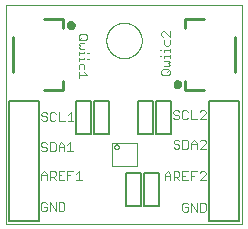
<source format=gto>
G75*
%MOIN*%
%OFA0B0*%
%FSLAX25Y25*%
%IPPOS*%
%LPD*%
%AMOC8*
5,1,8,0,0,1.08239X$1,22.5*
%
%ADD10C,0.00000*%
%ADD11C,0.00300*%
%ADD12C,0.00500*%
%ADD13C,0.01575*%
%ADD14C,0.01000*%
%ADD15C,0.00315*%
D10*
X0001750Y0001350D02*
X0001750Y0074185D01*
X0080490Y0074185D01*
X0080490Y0001350D01*
X0001750Y0001350D01*
X0035214Y0062374D02*
X0035216Y0062527D01*
X0035222Y0062681D01*
X0035232Y0062834D01*
X0035246Y0062986D01*
X0035264Y0063139D01*
X0035286Y0063290D01*
X0035311Y0063441D01*
X0035341Y0063592D01*
X0035375Y0063742D01*
X0035412Y0063890D01*
X0035453Y0064038D01*
X0035498Y0064184D01*
X0035547Y0064330D01*
X0035600Y0064474D01*
X0035656Y0064616D01*
X0035716Y0064757D01*
X0035780Y0064897D01*
X0035847Y0065035D01*
X0035918Y0065171D01*
X0035993Y0065305D01*
X0036070Y0065437D01*
X0036152Y0065567D01*
X0036236Y0065695D01*
X0036324Y0065821D01*
X0036415Y0065944D01*
X0036509Y0066065D01*
X0036607Y0066183D01*
X0036707Y0066299D01*
X0036811Y0066412D01*
X0036917Y0066523D01*
X0037026Y0066631D01*
X0037138Y0066736D01*
X0037252Y0066837D01*
X0037370Y0066936D01*
X0037489Y0067032D01*
X0037611Y0067125D01*
X0037736Y0067214D01*
X0037863Y0067301D01*
X0037992Y0067383D01*
X0038123Y0067463D01*
X0038256Y0067539D01*
X0038391Y0067612D01*
X0038528Y0067681D01*
X0038667Y0067746D01*
X0038807Y0067808D01*
X0038949Y0067866D01*
X0039092Y0067921D01*
X0039237Y0067972D01*
X0039383Y0068019D01*
X0039530Y0068062D01*
X0039678Y0068101D01*
X0039827Y0068137D01*
X0039977Y0068168D01*
X0040128Y0068196D01*
X0040279Y0068220D01*
X0040432Y0068240D01*
X0040584Y0068256D01*
X0040737Y0068268D01*
X0040890Y0068276D01*
X0041043Y0068280D01*
X0041197Y0068280D01*
X0041350Y0068276D01*
X0041503Y0068268D01*
X0041656Y0068256D01*
X0041808Y0068240D01*
X0041961Y0068220D01*
X0042112Y0068196D01*
X0042263Y0068168D01*
X0042413Y0068137D01*
X0042562Y0068101D01*
X0042710Y0068062D01*
X0042857Y0068019D01*
X0043003Y0067972D01*
X0043148Y0067921D01*
X0043291Y0067866D01*
X0043433Y0067808D01*
X0043573Y0067746D01*
X0043712Y0067681D01*
X0043849Y0067612D01*
X0043984Y0067539D01*
X0044117Y0067463D01*
X0044248Y0067383D01*
X0044377Y0067301D01*
X0044504Y0067214D01*
X0044629Y0067125D01*
X0044751Y0067032D01*
X0044870Y0066936D01*
X0044988Y0066837D01*
X0045102Y0066736D01*
X0045214Y0066631D01*
X0045323Y0066523D01*
X0045429Y0066412D01*
X0045533Y0066299D01*
X0045633Y0066183D01*
X0045731Y0066065D01*
X0045825Y0065944D01*
X0045916Y0065821D01*
X0046004Y0065695D01*
X0046088Y0065567D01*
X0046170Y0065437D01*
X0046247Y0065305D01*
X0046322Y0065171D01*
X0046393Y0065035D01*
X0046460Y0064897D01*
X0046524Y0064757D01*
X0046584Y0064616D01*
X0046640Y0064474D01*
X0046693Y0064330D01*
X0046742Y0064184D01*
X0046787Y0064038D01*
X0046828Y0063890D01*
X0046865Y0063742D01*
X0046899Y0063592D01*
X0046929Y0063441D01*
X0046954Y0063290D01*
X0046976Y0063139D01*
X0046994Y0062986D01*
X0047008Y0062834D01*
X0047018Y0062681D01*
X0047024Y0062527D01*
X0047026Y0062374D01*
X0047024Y0062221D01*
X0047018Y0062067D01*
X0047008Y0061914D01*
X0046994Y0061762D01*
X0046976Y0061609D01*
X0046954Y0061458D01*
X0046929Y0061307D01*
X0046899Y0061156D01*
X0046865Y0061006D01*
X0046828Y0060858D01*
X0046787Y0060710D01*
X0046742Y0060564D01*
X0046693Y0060418D01*
X0046640Y0060274D01*
X0046584Y0060132D01*
X0046524Y0059991D01*
X0046460Y0059851D01*
X0046393Y0059713D01*
X0046322Y0059577D01*
X0046247Y0059443D01*
X0046170Y0059311D01*
X0046088Y0059181D01*
X0046004Y0059053D01*
X0045916Y0058927D01*
X0045825Y0058804D01*
X0045731Y0058683D01*
X0045633Y0058565D01*
X0045533Y0058449D01*
X0045429Y0058336D01*
X0045323Y0058225D01*
X0045214Y0058117D01*
X0045102Y0058012D01*
X0044988Y0057911D01*
X0044870Y0057812D01*
X0044751Y0057716D01*
X0044629Y0057623D01*
X0044504Y0057534D01*
X0044377Y0057447D01*
X0044248Y0057365D01*
X0044117Y0057285D01*
X0043984Y0057209D01*
X0043849Y0057136D01*
X0043712Y0057067D01*
X0043573Y0057002D01*
X0043433Y0056940D01*
X0043291Y0056882D01*
X0043148Y0056827D01*
X0043003Y0056776D01*
X0042857Y0056729D01*
X0042710Y0056686D01*
X0042562Y0056647D01*
X0042413Y0056611D01*
X0042263Y0056580D01*
X0042112Y0056552D01*
X0041961Y0056528D01*
X0041808Y0056508D01*
X0041656Y0056492D01*
X0041503Y0056480D01*
X0041350Y0056472D01*
X0041197Y0056468D01*
X0041043Y0056468D01*
X0040890Y0056472D01*
X0040737Y0056480D01*
X0040584Y0056492D01*
X0040432Y0056508D01*
X0040279Y0056528D01*
X0040128Y0056552D01*
X0039977Y0056580D01*
X0039827Y0056611D01*
X0039678Y0056647D01*
X0039530Y0056686D01*
X0039383Y0056729D01*
X0039237Y0056776D01*
X0039092Y0056827D01*
X0038949Y0056882D01*
X0038807Y0056940D01*
X0038667Y0057002D01*
X0038528Y0057067D01*
X0038391Y0057136D01*
X0038256Y0057209D01*
X0038123Y0057285D01*
X0037992Y0057365D01*
X0037863Y0057447D01*
X0037736Y0057534D01*
X0037611Y0057623D01*
X0037489Y0057716D01*
X0037370Y0057812D01*
X0037252Y0057911D01*
X0037138Y0058012D01*
X0037026Y0058117D01*
X0036917Y0058225D01*
X0036811Y0058336D01*
X0036707Y0058449D01*
X0036607Y0058565D01*
X0036509Y0058683D01*
X0036415Y0058804D01*
X0036324Y0058927D01*
X0036236Y0059053D01*
X0036152Y0059181D01*
X0036070Y0059311D01*
X0035993Y0059443D01*
X0035918Y0059577D01*
X0035847Y0059713D01*
X0035780Y0059851D01*
X0035716Y0059991D01*
X0035656Y0060132D01*
X0035600Y0060274D01*
X0035547Y0060418D01*
X0035498Y0060564D01*
X0035453Y0060710D01*
X0035412Y0060858D01*
X0035375Y0061006D01*
X0035341Y0061156D01*
X0035311Y0061307D01*
X0035286Y0061458D01*
X0035264Y0061609D01*
X0035246Y0061762D01*
X0035232Y0061914D01*
X0035222Y0062067D01*
X0035216Y0062221D01*
X0035214Y0062374D01*
D11*
X0029386Y0058123D02*
X0028902Y0058123D01*
X0027935Y0058123D02*
X0026000Y0058123D01*
X0026000Y0058607D02*
X0026000Y0057639D01*
X0026000Y0056643D02*
X0026000Y0055675D01*
X0026000Y0056159D02*
X0027935Y0056159D01*
X0027935Y0056643D01*
X0028902Y0056159D02*
X0029386Y0056159D01*
X0027451Y0054678D02*
X0026484Y0054678D01*
X0026000Y0054195D01*
X0026000Y0052743D01*
X0026000Y0051732D02*
X0026000Y0049797D01*
X0026000Y0050764D02*
X0028902Y0050764D01*
X0027935Y0051732D01*
X0027935Y0052743D02*
X0027935Y0054195D01*
X0027451Y0054678D01*
X0027935Y0058123D02*
X0027935Y0058607D01*
X0027935Y0059619D02*
X0026484Y0059619D01*
X0026000Y0060102D01*
X0026484Y0060586D01*
X0026000Y0061070D01*
X0026484Y0061553D01*
X0027935Y0061553D01*
X0028419Y0062565D02*
X0026484Y0062565D01*
X0026000Y0063049D01*
X0026000Y0064016D01*
X0026484Y0064500D01*
X0028419Y0064500D01*
X0028902Y0064016D01*
X0028902Y0063049D01*
X0028419Y0062565D01*
X0026967Y0063533D02*
X0026000Y0062565D01*
X0023307Y0038502D02*
X0023307Y0035600D01*
X0022340Y0035600D02*
X0024275Y0035600D01*
X0022340Y0037535D02*
X0023307Y0038502D01*
X0021328Y0035600D02*
X0019393Y0035600D01*
X0019393Y0038502D01*
X0018381Y0038019D02*
X0017898Y0038502D01*
X0016930Y0038502D01*
X0016447Y0038019D01*
X0016447Y0036084D01*
X0016930Y0035600D01*
X0017898Y0035600D01*
X0018381Y0036084D01*
X0015435Y0036084D02*
X0014951Y0035600D01*
X0013984Y0035600D01*
X0013500Y0036084D01*
X0013984Y0037051D02*
X0014951Y0037051D01*
X0015435Y0036567D01*
X0015435Y0036084D01*
X0013984Y0037051D02*
X0013500Y0037535D01*
X0013500Y0038019D01*
X0013984Y0038502D01*
X0014951Y0038502D01*
X0015435Y0038019D01*
X0014851Y0028402D02*
X0013884Y0028402D01*
X0013400Y0027919D01*
X0013400Y0027435D01*
X0013884Y0026951D01*
X0014851Y0026951D01*
X0015335Y0026467D01*
X0015335Y0025984D01*
X0014851Y0025500D01*
X0013884Y0025500D01*
X0013400Y0025984D01*
X0015335Y0027919D02*
X0014851Y0028402D01*
X0016347Y0028402D02*
X0017798Y0028402D01*
X0018281Y0027919D01*
X0018281Y0025984D01*
X0017798Y0025500D01*
X0016347Y0025500D01*
X0016347Y0028402D01*
X0019293Y0027435D02*
X0019293Y0025500D01*
X0019293Y0026951D02*
X0021228Y0026951D01*
X0021228Y0027435D02*
X0021228Y0025500D01*
X0022240Y0025500D02*
X0024175Y0025500D01*
X0023207Y0025500D02*
X0023207Y0028402D01*
X0022240Y0027435D01*
X0021228Y0027435D02*
X0020261Y0028402D01*
X0019293Y0027435D01*
X0019293Y0018902D02*
X0019293Y0016000D01*
X0021228Y0016000D01*
X0022240Y0016000D02*
X0022240Y0018902D01*
X0024175Y0018902D01*
X0025186Y0017935D02*
X0026154Y0018902D01*
X0026154Y0016000D01*
X0027121Y0016000D02*
X0025186Y0016000D01*
X0023207Y0017451D02*
X0022240Y0017451D01*
X0021228Y0018902D02*
X0019293Y0018902D01*
X0018281Y0018419D02*
X0018281Y0017451D01*
X0017798Y0016967D01*
X0016347Y0016967D01*
X0016347Y0016000D02*
X0016347Y0018902D01*
X0017798Y0018902D01*
X0018281Y0018419D01*
X0019293Y0017451D02*
X0020261Y0017451D01*
X0018281Y0016000D02*
X0017314Y0016967D01*
X0015335Y0017451D02*
X0013400Y0017451D01*
X0013400Y0017935D02*
X0013400Y0016000D01*
X0013400Y0017935D02*
X0014367Y0018902D01*
X0015335Y0017935D01*
X0015335Y0016000D01*
X0014851Y0008402D02*
X0013884Y0008402D01*
X0013400Y0007919D01*
X0013400Y0005984D01*
X0013884Y0005500D01*
X0014851Y0005500D01*
X0015335Y0005984D01*
X0015335Y0006951D01*
X0014367Y0006951D01*
X0015335Y0007919D02*
X0014851Y0008402D01*
X0016347Y0008402D02*
X0018281Y0005500D01*
X0018281Y0008402D01*
X0019293Y0008402D02*
X0020744Y0008402D01*
X0021228Y0007919D01*
X0021228Y0005984D01*
X0020744Y0005500D01*
X0019293Y0005500D01*
X0019293Y0008402D01*
X0016347Y0008402D02*
X0016347Y0005500D01*
X0054667Y0015800D02*
X0054667Y0017735D01*
X0055635Y0018702D01*
X0056602Y0017735D01*
X0056602Y0015800D01*
X0057614Y0015800D02*
X0057614Y0018702D01*
X0059065Y0018702D01*
X0059549Y0018219D01*
X0059549Y0017251D01*
X0059065Y0016767D01*
X0057614Y0016767D01*
X0058581Y0016767D02*
X0059549Y0015800D01*
X0060560Y0015800D02*
X0062495Y0015800D01*
X0063507Y0015800D02*
X0063507Y0018702D01*
X0065442Y0018702D01*
X0066453Y0018219D02*
X0066937Y0018702D01*
X0067905Y0018702D01*
X0068388Y0018219D01*
X0068388Y0017735D01*
X0066453Y0015800D01*
X0068388Y0015800D01*
X0064474Y0017251D02*
X0063507Y0017251D01*
X0062495Y0018702D02*
X0060560Y0018702D01*
X0060560Y0015800D01*
X0060560Y0017251D02*
X0061528Y0017251D01*
X0056602Y0017251D02*
X0054667Y0017251D01*
X0058098Y0026300D02*
X0057614Y0026784D01*
X0058098Y0026300D02*
X0059065Y0026300D01*
X0059549Y0026784D01*
X0059549Y0027267D01*
X0059065Y0027751D01*
X0058098Y0027751D01*
X0057614Y0028235D01*
X0057614Y0028719D01*
X0058098Y0029202D01*
X0059065Y0029202D01*
X0059549Y0028719D01*
X0060560Y0029202D02*
X0062012Y0029202D01*
X0062495Y0028719D01*
X0062495Y0026784D01*
X0062012Y0026300D01*
X0060560Y0026300D01*
X0060560Y0029202D01*
X0063507Y0028235D02*
X0063507Y0026300D01*
X0063507Y0027751D02*
X0065442Y0027751D01*
X0065442Y0028235D02*
X0065442Y0026300D01*
X0066453Y0026300D02*
X0068388Y0028235D01*
X0068388Y0028719D01*
X0067905Y0029202D01*
X0066937Y0029202D01*
X0066453Y0028719D01*
X0065442Y0028235D02*
X0064474Y0029202D01*
X0063507Y0028235D01*
X0066453Y0026300D02*
X0068388Y0026300D01*
X0068288Y0036200D02*
X0066353Y0036200D01*
X0068288Y0038135D01*
X0068288Y0038619D01*
X0067805Y0039102D01*
X0066837Y0039102D01*
X0066353Y0038619D01*
X0065342Y0036200D02*
X0063407Y0036200D01*
X0063407Y0039102D01*
X0062395Y0038619D02*
X0061912Y0039102D01*
X0060944Y0039102D01*
X0060460Y0038619D01*
X0060460Y0036684D01*
X0060944Y0036200D01*
X0061912Y0036200D01*
X0062395Y0036684D01*
X0059449Y0036684D02*
X0058965Y0036200D01*
X0057998Y0036200D01*
X0057514Y0036684D01*
X0057998Y0037651D02*
X0058965Y0037651D01*
X0059449Y0037167D01*
X0059449Y0036684D01*
X0057998Y0037651D02*
X0057514Y0038135D01*
X0057514Y0038619D01*
X0057998Y0039102D01*
X0058965Y0039102D01*
X0059449Y0038619D01*
X0055916Y0050800D02*
X0053981Y0050800D01*
X0053498Y0051284D01*
X0053498Y0052251D01*
X0053981Y0052735D01*
X0055916Y0052735D01*
X0056400Y0052251D01*
X0056400Y0051284D01*
X0055916Y0050800D01*
X0055433Y0051767D02*
X0056400Y0052735D01*
X0055916Y0053747D02*
X0056400Y0054230D01*
X0055916Y0054714D01*
X0056400Y0055198D01*
X0055916Y0055681D01*
X0054465Y0055681D01*
X0054465Y0056693D02*
X0054465Y0057177D01*
X0056400Y0057177D01*
X0056400Y0056693D02*
X0056400Y0057661D01*
X0056400Y0058657D02*
X0056400Y0059625D01*
X0056400Y0059141D02*
X0054465Y0059141D01*
X0054465Y0058657D01*
X0053498Y0059141D02*
X0053014Y0059141D01*
X0054949Y0060622D02*
X0054465Y0061105D01*
X0054465Y0062557D01*
X0053981Y0063568D02*
X0053498Y0064052D01*
X0053498Y0065019D01*
X0053981Y0065503D01*
X0054465Y0065503D01*
X0056400Y0063568D01*
X0056400Y0065503D01*
X0056400Y0062557D02*
X0056400Y0061105D01*
X0055916Y0060622D01*
X0054949Y0060622D01*
X0053498Y0057177D02*
X0053014Y0057177D01*
X0054465Y0053747D02*
X0055916Y0053747D01*
X0061044Y0008202D02*
X0060560Y0007719D01*
X0060560Y0005784D01*
X0061044Y0005300D01*
X0062012Y0005300D01*
X0062495Y0005784D01*
X0062495Y0006751D01*
X0061528Y0006751D01*
X0062495Y0007719D02*
X0062012Y0008202D01*
X0061044Y0008202D01*
X0063507Y0008202D02*
X0063507Y0005300D01*
X0065442Y0005300D02*
X0065442Y0008202D01*
X0066453Y0008202D02*
X0067905Y0008202D01*
X0068388Y0007719D01*
X0068388Y0005784D01*
X0067905Y0005300D01*
X0066453Y0005300D01*
X0066453Y0008202D01*
X0063507Y0008202D02*
X0065442Y0005300D01*
D12*
X0069585Y0002216D02*
X0069585Y0042216D01*
X0079585Y0042216D01*
X0079585Y0002216D01*
X0069585Y0002216D01*
X0052750Y0007350D02*
X0052750Y0018350D01*
X0047750Y0018350D01*
X0047750Y0007350D01*
X0052750Y0007350D01*
X0046750Y0007350D02*
X0041750Y0007350D01*
X0041750Y0018350D01*
X0046750Y0018350D01*
X0046750Y0007350D01*
X0045750Y0031350D02*
X0045750Y0042350D01*
X0050750Y0042350D01*
X0050750Y0031350D01*
X0045750Y0031350D01*
X0051750Y0031350D02*
X0056750Y0031350D01*
X0056750Y0042350D01*
X0051750Y0042350D01*
X0051750Y0031350D01*
X0036250Y0031350D02*
X0031250Y0031350D01*
X0031250Y0042350D01*
X0036250Y0042350D01*
X0036250Y0031350D01*
X0030250Y0031350D02*
X0025250Y0031350D01*
X0025250Y0042350D01*
X0030250Y0042350D01*
X0030250Y0031350D01*
X0012656Y0042216D02*
X0012656Y0002216D01*
X0002656Y0002216D01*
X0002656Y0042216D01*
X0012656Y0042216D01*
D13*
X0022847Y0067492D02*
X0022849Y0067539D01*
X0022855Y0067585D01*
X0022864Y0067631D01*
X0022878Y0067675D01*
X0022895Y0067719D01*
X0022916Y0067760D01*
X0022940Y0067800D01*
X0022967Y0067838D01*
X0022998Y0067873D01*
X0023031Y0067906D01*
X0023067Y0067936D01*
X0023106Y0067962D01*
X0023146Y0067986D01*
X0023188Y0068005D01*
X0023232Y0068022D01*
X0023277Y0068034D01*
X0023323Y0068043D01*
X0023369Y0068048D01*
X0023416Y0068049D01*
X0023462Y0068046D01*
X0023508Y0068039D01*
X0023554Y0068028D01*
X0023598Y0068014D01*
X0023641Y0067996D01*
X0023682Y0067974D01*
X0023722Y0067949D01*
X0023759Y0067921D01*
X0023794Y0067890D01*
X0023826Y0067856D01*
X0023855Y0067819D01*
X0023880Y0067781D01*
X0023903Y0067740D01*
X0023922Y0067697D01*
X0023937Y0067653D01*
X0023949Y0067608D01*
X0023957Y0067562D01*
X0023961Y0067515D01*
X0023961Y0067469D01*
X0023957Y0067422D01*
X0023949Y0067376D01*
X0023937Y0067331D01*
X0023922Y0067287D01*
X0023903Y0067244D01*
X0023880Y0067203D01*
X0023855Y0067165D01*
X0023826Y0067128D01*
X0023794Y0067094D01*
X0023759Y0067063D01*
X0023722Y0067035D01*
X0023683Y0067010D01*
X0023641Y0066988D01*
X0023598Y0066970D01*
X0023554Y0066956D01*
X0023508Y0066945D01*
X0023462Y0066938D01*
X0023416Y0066935D01*
X0023369Y0066936D01*
X0023323Y0066941D01*
X0023277Y0066950D01*
X0023232Y0066962D01*
X0023188Y0066979D01*
X0023146Y0066998D01*
X0023106Y0067022D01*
X0023067Y0067048D01*
X0023031Y0067078D01*
X0022998Y0067111D01*
X0022967Y0067146D01*
X0022940Y0067184D01*
X0022916Y0067224D01*
X0022895Y0067265D01*
X0022878Y0067309D01*
X0022864Y0067353D01*
X0022855Y0067399D01*
X0022849Y0067445D01*
X0022847Y0067492D01*
X0058280Y0047807D02*
X0058282Y0047854D01*
X0058288Y0047900D01*
X0058297Y0047946D01*
X0058311Y0047990D01*
X0058328Y0048034D01*
X0058349Y0048075D01*
X0058373Y0048115D01*
X0058400Y0048153D01*
X0058431Y0048188D01*
X0058464Y0048221D01*
X0058500Y0048251D01*
X0058539Y0048277D01*
X0058579Y0048301D01*
X0058621Y0048320D01*
X0058665Y0048337D01*
X0058710Y0048349D01*
X0058756Y0048358D01*
X0058802Y0048363D01*
X0058849Y0048364D01*
X0058895Y0048361D01*
X0058941Y0048354D01*
X0058987Y0048343D01*
X0059031Y0048329D01*
X0059074Y0048311D01*
X0059115Y0048289D01*
X0059155Y0048264D01*
X0059192Y0048236D01*
X0059227Y0048205D01*
X0059259Y0048171D01*
X0059288Y0048134D01*
X0059313Y0048096D01*
X0059336Y0048055D01*
X0059355Y0048012D01*
X0059370Y0047968D01*
X0059382Y0047923D01*
X0059390Y0047877D01*
X0059394Y0047830D01*
X0059394Y0047784D01*
X0059390Y0047737D01*
X0059382Y0047691D01*
X0059370Y0047646D01*
X0059355Y0047602D01*
X0059336Y0047559D01*
X0059313Y0047518D01*
X0059288Y0047480D01*
X0059259Y0047443D01*
X0059227Y0047409D01*
X0059192Y0047378D01*
X0059155Y0047350D01*
X0059116Y0047325D01*
X0059074Y0047303D01*
X0059031Y0047285D01*
X0058987Y0047271D01*
X0058941Y0047260D01*
X0058895Y0047253D01*
X0058849Y0047250D01*
X0058802Y0047251D01*
X0058756Y0047256D01*
X0058710Y0047265D01*
X0058665Y0047277D01*
X0058621Y0047294D01*
X0058579Y0047313D01*
X0058539Y0047337D01*
X0058500Y0047363D01*
X0058464Y0047393D01*
X0058431Y0047426D01*
X0058400Y0047461D01*
X0058373Y0047499D01*
X0058349Y0047539D01*
X0058328Y0047580D01*
X0058311Y0047624D01*
X0058297Y0047668D01*
X0058288Y0047714D01*
X0058282Y0047760D01*
X0058280Y0047807D01*
D14*
X0061396Y0048791D02*
X0061396Y0045838D01*
X0067892Y0045838D01*
X0078128Y0051744D02*
X0078128Y0063555D01*
X0067892Y0069460D02*
X0061396Y0069460D01*
X0061396Y0066507D01*
X0020844Y0066507D02*
X0020844Y0069460D01*
X0014348Y0069460D01*
X0004112Y0063555D02*
X0004112Y0051744D01*
X0014348Y0045838D02*
X0020844Y0045838D01*
X0020844Y0048791D01*
D15*
X0037195Y0028287D02*
X0045344Y0028287D01*
X0045344Y0020413D01*
X0037195Y0020413D01*
X0037195Y0028287D01*
X0037855Y0026948D02*
X0037857Y0027003D01*
X0037863Y0027057D01*
X0037873Y0027111D01*
X0037886Y0027164D01*
X0037904Y0027215D01*
X0037925Y0027266D01*
X0037950Y0027315D01*
X0037978Y0027361D01*
X0038009Y0027406D01*
X0038044Y0027448D01*
X0038082Y0027488D01*
X0038122Y0027525D01*
X0038165Y0027559D01*
X0038210Y0027589D01*
X0038257Y0027617D01*
X0038307Y0027641D01*
X0038357Y0027661D01*
X0038409Y0027677D01*
X0038463Y0027690D01*
X0038517Y0027699D01*
X0038571Y0027704D01*
X0038626Y0027705D01*
X0038680Y0027702D01*
X0038734Y0027695D01*
X0038788Y0027684D01*
X0038841Y0027670D01*
X0038892Y0027651D01*
X0038942Y0027629D01*
X0038990Y0027604D01*
X0039037Y0027575D01*
X0039081Y0027542D01*
X0039123Y0027507D01*
X0039162Y0027469D01*
X0039198Y0027428D01*
X0039231Y0027384D01*
X0039261Y0027338D01*
X0039287Y0027290D01*
X0039310Y0027241D01*
X0039329Y0027190D01*
X0039345Y0027137D01*
X0039357Y0027084D01*
X0039365Y0027030D01*
X0039369Y0026975D01*
X0039369Y0026921D01*
X0039365Y0026866D01*
X0039357Y0026812D01*
X0039345Y0026759D01*
X0039329Y0026706D01*
X0039310Y0026655D01*
X0039287Y0026606D01*
X0039261Y0026558D01*
X0039231Y0026512D01*
X0039198Y0026468D01*
X0039162Y0026427D01*
X0039123Y0026389D01*
X0039081Y0026354D01*
X0039037Y0026321D01*
X0038991Y0026292D01*
X0038942Y0026267D01*
X0038892Y0026245D01*
X0038841Y0026226D01*
X0038788Y0026212D01*
X0038734Y0026201D01*
X0038680Y0026194D01*
X0038626Y0026191D01*
X0038571Y0026192D01*
X0038517Y0026197D01*
X0038463Y0026206D01*
X0038409Y0026219D01*
X0038357Y0026235D01*
X0038307Y0026255D01*
X0038257Y0026279D01*
X0038210Y0026307D01*
X0038165Y0026337D01*
X0038122Y0026371D01*
X0038082Y0026408D01*
X0038044Y0026448D01*
X0038009Y0026490D01*
X0037978Y0026535D01*
X0037950Y0026581D01*
X0037925Y0026630D01*
X0037904Y0026681D01*
X0037886Y0026732D01*
X0037873Y0026785D01*
X0037863Y0026839D01*
X0037857Y0026893D01*
X0037855Y0026948D01*
M02*

</source>
